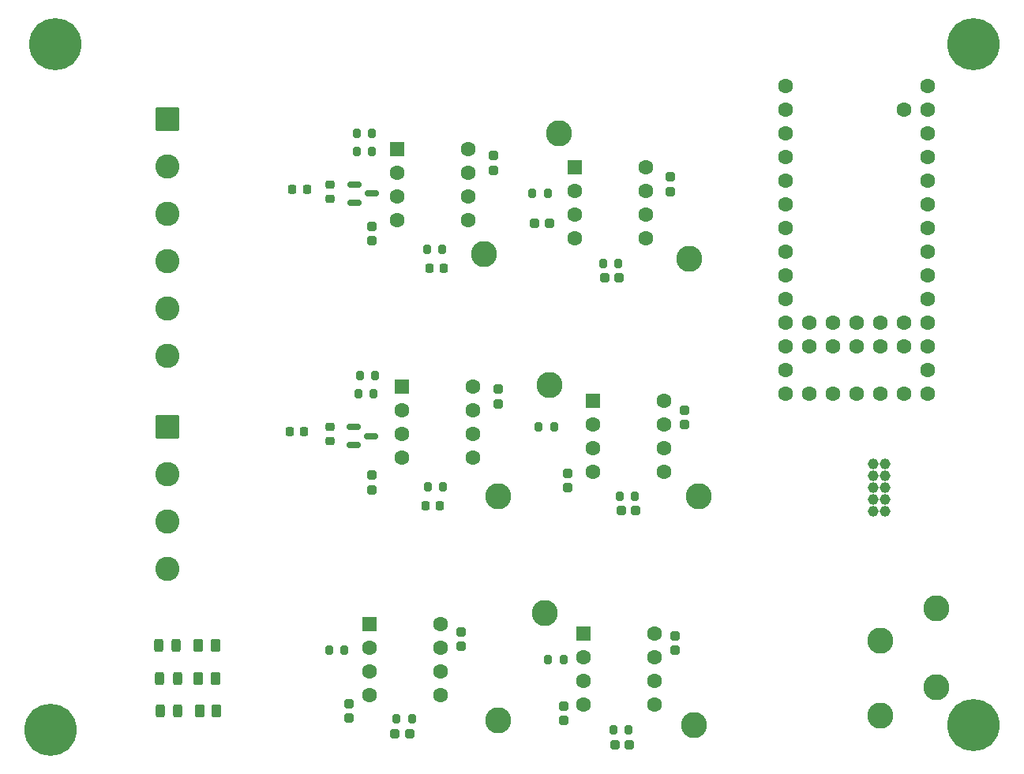
<source format=gbr>
%TF.GenerationSoftware,KiCad,Pcbnew,9.0.2*%
%TF.CreationDate,2025-07-17T12:34:20-04:00*%
%TF.ProjectId,Mirror+QC_Control,4d697272-6f72-42b5-9143-5f436f6e7472,rev?*%
%TF.SameCoordinates,Original*%
%TF.FileFunction,Soldermask,Top*%
%TF.FilePolarity,Negative*%
%FSLAX46Y46*%
G04 Gerber Fmt 4.6, Leading zero omitted, Abs format (unit mm)*
G04 Created by KiCad (PCBNEW 9.0.2) date 2025-07-17 12:34:20*
%MOMM*%
%LPD*%
G01*
G04 APERTURE LIST*
G04 Aperture macros list*
%AMRoundRect*
0 Rectangle with rounded corners*
0 $1 Rounding radius*
0 $2 $3 $4 $5 $6 $7 $8 $9 X,Y pos of 4 corners*
0 Add a 4 corners polygon primitive as box body*
4,1,4,$2,$3,$4,$5,$6,$7,$8,$9,$2,$3,0*
0 Add four circle primitives for the rounded corners*
1,1,$1+$1,$2,$3*
1,1,$1+$1,$4,$5*
1,1,$1+$1,$6,$7*
1,1,$1+$1,$8,$9*
0 Add four rect primitives between the rounded corners*
20,1,$1+$1,$2,$3,$4,$5,0*
20,1,$1+$1,$4,$5,$6,$7,0*
20,1,$1+$1,$6,$7,$8,$9,0*
20,1,$1+$1,$8,$9,$2,$3,0*%
G04 Aperture macros list end*
%ADD10C,1.600000*%
%ADD11RoundRect,0.200000X-0.200000X-0.275000X0.200000X-0.275000X0.200000X0.275000X-0.200000X0.275000X0*%
%ADD12C,1.168400*%
%ADD13RoundRect,0.250000X-1.050000X1.050000X-1.050000X-1.050000X1.050000X-1.050000X1.050000X1.050000X0*%
%ADD14C,2.600000*%
%ADD15RoundRect,0.244000X-0.269000X0.244000X-0.269000X-0.244000X0.269000X-0.244000X0.269000X0.244000X0*%
%ADD16RoundRect,0.244000X0.269000X-0.244000X0.269000X0.244000X-0.269000X0.244000X-0.269000X-0.244000X0*%
%ADD17RoundRect,0.225000X-0.225000X-0.250000X0.225000X-0.250000X0.225000X0.250000X-0.225000X0.250000X0*%
%ADD18RoundRect,0.225000X0.225000X0.250000X-0.225000X0.250000X-0.225000X-0.250000X0.225000X-0.250000X0*%
%ADD19RoundRect,0.150000X-0.587500X-0.150000X0.587500X-0.150000X0.587500X0.150000X-0.587500X0.150000X0*%
%ADD20RoundRect,0.225000X-0.250000X0.225000X-0.250000X-0.225000X0.250000X-0.225000X0.250000X0.225000X0*%
%ADD21RoundRect,0.250000X-0.550000X-0.550000X0.550000X-0.550000X0.550000X0.550000X-0.550000X0.550000X0*%
%ADD22C,5.600000*%
%ADD23C,3.600000*%
%ADD24RoundRect,0.244000X-0.244000X-0.269000X0.244000X-0.269000X0.244000X0.269000X-0.244000X0.269000X0*%
%ADD25RoundRect,0.244000X0.244000X0.269000X-0.244000X0.269000X-0.244000X-0.269000X0.244000X-0.269000X0*%
%ADD26C,2.800000*%
%ADD27RoundRect,0.243750X0.243750X0.456250X-0.243750X0.456250X-0.243750X-0.456250X0.243750X-0.456250X0*%
%ADD28RoundRect,0.250000X0.262500X0.450000X-0.262500X0.450000X-0.262500X-0.450000X0.262500X-0.450000X0*%
%ADD29RoundRect,0.243750X-0.243750X-0.456250X0.243750X-0.456250X0.243750X0.456250X-0.243750X0.456250X0*%
%ADD30RoundRect,0.250000X-0.262500X-0.450000X0.262500X-0.450000X0.262500X0.450000X-0.262500X0.450000X0*%
G04 APERTURE END LIST*
D10*
%TO.C,U7*%
X130420000Y-65980000D03*
X132960000Y-65980000D03*
X135500000Y-65980000D03*
X138040000Y-65980000D03*
X127880000Y-65980000D03*
X125340000Y-65980000D03*
X122800000Y-65980000D03*
X138040000Y-63440000D03*
X138040000Y-60900000D03*
X138040000Y-58360000D03*
X138040000Y-55820000D03*
X138040000Y-53280000D03*
X138040000Y-50740000D03*
X138040000Y-48200000D03*
X138040000Y-45660000D03*
X138040000Y-43120000D03*
X138040000Y-40580000D03*
X138040000Y-38040000D03*
X138040000Y-35500000D03*
X138040000Y-32960000D03*
X135500000Y-35500000D03*
X122800000Y-63440000D03*
X122800000Y-60900000D03*
X122800000Y-58360000D03*
X122800000Y-55820000D03*
X122800000Y-53280000D03*
X122800000Y-50740000D03*
X122800000Y-48200000D03*
X122800000Y-45660000D03*
X122800000Y-43120000D03*
X122800000Y-40580000D03*
X122800000Y-38040000D03*
X122800000Y-35500000D03*
X122800000Y-32960000D03*
X135500000Y-60900000D03*
X135500000Y-58360000D03*
X132960000Y-60900000D03*
X132960000Y-58360000D03*
X130420000Y-60900000D03*
X130420000Y-58360000D03*
X127880000Y-60900000D03*
X127880000Y-58360000D03*
X125340000Y-60900000D03*
X125340000Y-58360000D03*
%TD*%
D11*
%TO.C,R1*%
X76850000Y-38000000D03*
X78500000Y-38000000D03*
%TD*%
D12*
%TO.C,J4*%
X132230000Y-73500000D03*
X133500000Y-73500000D03*
X132230000Y-74770000D03*
X133500000Y-74770000D03*
X132230000Y-76040000D03*
X133500000Y-76040000D03*
X132230000Y-77310000D03*
X133500000Y-77310000D03*
X132230000Y-78580000D03*
X133500000Y-78580000D03*
%TD*%
D13*
%TO.C,J3*%
X56500000Y-36500000D03*
D14*
X56500000Y-41580000D03*
X56500000Y-46660000D03*
X56500000Y-51740000D03*
X56500000Y-56820000D03*
X56500000Y-61900000D03*
%TD*%
D15*
%TO.C,C11*%
X99500000Y-76060000D03*
X99500000Y-74500000D03*
%TD*%
D16*
%TO.C,C19*%
X111000000Y-91940000D03*
X111000000Y-93500000D03*
%TD*%
D11*
%TO.C,R16*%
X106000000Y-102000000D03*
X104350000Y-102000000D03*
%TD*%
%TO.C,R4*%
X82775000Y-100846250D03*
X81125000Y-100846250D03*
%TD*%
D17*
%TO.C,R20*%
X71212500Y-70000000D03*
X69662500Y-70000000D03*
%TD*%
D11*
%TO.C,R8*%
X78650000Y-66000000D03*
X77000000Y-66000000D03*
%TD*%
%TO.C,R7*%
X78825000Y-64000000D03*
X77175000Y-64000000D03*
%TD*%
D18*
%TO.C,C2*%
X84225000Y-78000000D03*
X85775000Y-78000000D03*
%TD*%
D11*
%TO.C,R3*%
X78500000Y-40000000D03*
X76850000Y-40000000D03*
%TD*%
D19*
%TO.C,U2*%
X76625000Y-43550000D03*
X76625000Y-45450000D03*
X78500000Y-44500000D03*
%TD*%
D17*
%TO.C,R18*%
X71500000Y-44000000D03*
X69950000Y-44000000D03*
%TD*%
D20*
%TO.C,R19*%
X74000000Y-45050000D03*
X74000000Y-43500000D03*
%TD*%
D15*
%TO.C,C5*%
X78500000Y-49560000D03*
X78500000Y-48000000D03*
%TD*%
D11*
%TO.C,R2*%
X86000000Y-50500000D03*
X84350000Y-50500000D03*
%TD*%
D17*
%TO.C,C1*%
X86175000Y-52500000D03*
X84625000Y-52500000D03*
%TD*%
D21*
%TO.C,U11*%
X100195000Y-41690000D03*
D10*
X100195000Y-44230000D03*
X100195000Y-46770000D03*
X100195000Y-49310000D03*
X107815000Y-49310000D03*
X107815000Y-46770000D03*
X107815000Y-44230000D03*
X107815000Y-41690000D03*
%TD*%
D21*
%TO.C,U10*%
X81195000Y-39690000D03*
D10*
X81195000Y-42230000D03*
X81195000Y-44770000D03*
X81195000Y-47310000D03*
X88815000Y-47310000D03*
X88815000Y-44770000D03*
X88815000Y-42230000D03*
X88815000Y-39690000D03*
%TD*%
D21*
%TO.C,U6*%
X101195000Y-91690000D03*
D10*
X101195000Y-94230000D03*
X101195000Y-96770000D03*
X101195000Y-99310000D03*
X108815000Y-99310000D03*
X108815000Y-96770000D03*
X108815000Y-94230000D03*
X108815000Y-91690000D03*
%TD*%
D21*
%TO.C,U5*%
X78195000Y-90690000D03*
D10*
X78195000Y-93230000D03*
X78195000Y-95770000D03*
X78195000Y-98310000D03*
X85815000Y-98310000D03*
X85815000Y-95770000D03*
X85815000Y-93230000D03*
X85815000Y-90690000D03*
%TD*%
D21*
%TO.C,U3*%
X102195000Y-66690000D03*
D10*
X102195000Y-69230000D03*
X102195000Y-71770000D03*
X102195000Y-74310000D03*
X109815000Y-74310000D03*
X109815000Y-71770000D03*
X109815000Y-69230000D03*
X109815000Y-66690000D03*
%TD*%
D21*
%TO.C,U1*%
X81695000Y-65190000D03*
D10*
X81695000Y-67730000D03*
X81695000Y-70270000D03*
X81695000Y-72810000D03*
X89315000Y-72810000D03*
X89315000Y-70270000D03*
X89315000Y-67730000D03*
X89315000Y-65190000D03*
%TD*%
D22*
%TO.C,H1*%
X44500000Y-28500000D03*
D23*
X44500000Y-28500000D03*
%TD*%
%TO.C,H2*%
X44000000Y-102000000D03*
D22*
X44000000Y-102000000D03*
%TD*%
D23*
%TO.C,H3*%
X143000000Y-28500000D03*
D22*
X143000000Y-28500000D03*
%TD*%
%TO.C,H4*%
X143000000Y-101500000D03*
D23*
X143000000Y-101500000D03*
%TD*%
D11*
%TO.C,R11*%
X106692500Y-77000000D03*
X105042500Y-77000000D03*
%TD*%
D24*
%TO.C,C21*%
X104527500Y-103653750D03*
X106087500Y-103653750D03*
%TD*%
%TO.C,C20*%
X105220000Y-78500000D03*
X106780000Y-78500000D03*
%TD*%
%TO.C,C16*%
X80940000Y-102500000D03*
X82500000Y-102500000D03*
%TD*%
%TO.C,C15*%
X103440000Y-53500000D03*
X105000000Y-53500000D03*
%TD*%
D15*
%TO.C,C14*%
X76000000Y-99220000D03*
X76000000Y-100780000D03*
%TD*%
%TO.C,C13*%
X99000000Y-99500000D03*
X99000000Y-101060000D03*
%TD*%
%TO.C,C12*%
X88000000Y-91500000D03*
X88000000Y-93060000D03*
%TD*%
D16*
%TO.C,C10*%
X110500000Y-44280000D03*
X110500000Y-42720000D03*
%TD*%
D15*
%TO.C,C9*%
X78500000Y-74720000D03*
X78500000Y-76280000D03*
%TD*%
D16*
%TO.C,C8*%
X112000000Y-69280000D03*
X112000000Y-67720000D03*
%TD*%
D15*
%TO.C,C7*%
X92000000Y-65500000D03*
X92000000Y-67060000D03*
%TD*%
D25*
%TO.C,C6*%
X97500000Y-47720000D03*
X95940000Y-47720000D03*
%TD*%
D16*
%TO.C,C4*%
X91500000Y-42000000D03*
X91500000Y-40440000D03*
%TD*%
D20*
%TO.C,R21*%
X73937500Y-69500000D03*
X73937500Y-71050000D03*
%TD*%
D11*
%TO.C,R15*%
X97350000Y-94500000D03*
X99000000Y-94500000D03*
%TD*%
%TO.C,R12*%
X73850000Y-93500000D03*
X75500000Y-93500000D03*
%TD*%
%TO.C,R10*%
X96350000Y-69500000D03*
X98000000Y-69500000D03*
%TD*%
%TO.C,R9*%
X84450000Y-76000000D03*
X86100000Y-76000000D03*
%TD*%
%TO.C,R6*%
X103262500Y-52000000D03*
X104912500Y-52000000D03*
%TD*%
%TO.C,R5*%
X95675000Y-44500000D03*
X97325000Y-44500000D03*
%TD*%
D26*
%TO.C,TP_EN1*%
X139000000Y-89000000D03*
%TD*%
D27*
%TO.C,D1*%
X55787500Y-100000000D03*
X57662500Y-100000000D03*
%TD*%
D28*
%TO.C,R13*%
X60000000Y-100000000D03*
X61825000Y-100000000D03*
%TD*%
D26*
%TO.C,SumStage1*%
X92000000Y-101000000D03*
%TD*%
%TO.C,SumStage2*%
X113000000Y-101500000D03*
%TD*%
%TO.C,GND3*%
X97000000Y-89500000D03*
%TD*%
%TO.C,GND2*%
X97500000Y-65000000D03*
%TD*%
D19*
%TO.C,U8*%
X76500000Y-69550000D03*
X76500000Y-71450000D03*
X78375000Y-70500000D03*
%TD*%
D26*
%TO.C,YStage1*%
X92000000Y-77000000D03*
%TD*%
%TO.C,YStage2*%
X113500000Y-77000000D03*
%TD*%
%TO.C,GND4*%
X139000000Y-97500000D03*
%TD*%
%TO.C,TP_DIN1*%
X133000000Y-100500000D03*
%TD*%
%TO.C,TP_SYNC1*%
X133000000Y-92500000D03*
%TD*%
%TO.C,GND1*%
X98500000Y-38000000D03*
%TD*%
%TO.C,XStage1*%
X90500000Y-51000000D03*
%TD*%
%TO.C,XStage2*%
X112500000Y-51500000D03*
%TD*%
D29*
%TO.C,D2*%
X57600000Y-96500000D03*
X55725000Y-96500000D03*
%TD*%
D30*
%TO.C,R17*%
X59837500Y-93000000D03*
X61662500Y-93000000D03*
%TD*%
%TO.C,R14*%
X59837500Y-96500000D03*
X61662500Y-96500000D03*
%TD*%
D27*
%TO.C,D3*%
X57475000Y-93000000D03*
X55600000Y-93000000D03*
%TD*%
D13*
%TO.C,J2*%
X56500000Y-69500000D03*
D14*
X56500000Y-74580000D03*
X56500000Y-79660000D03*
X56500000Y-84740000D03*
%TD*%
M02*

</source>
